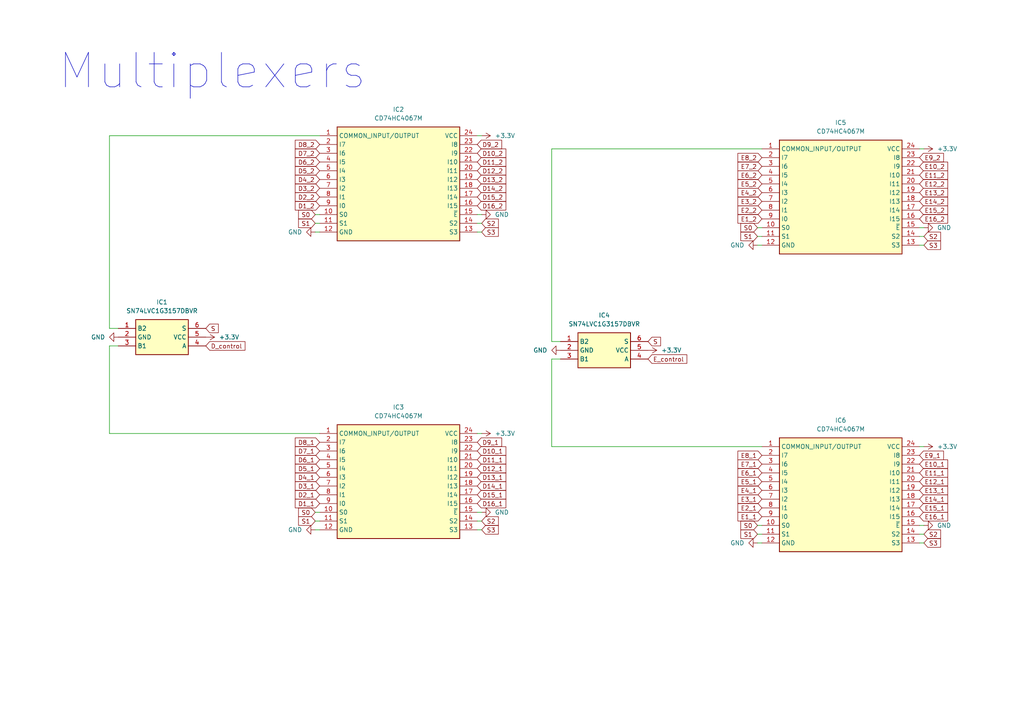
<source format=kicad_sch>
(kicad_sch (version 20230121) (generator eeschema)
  (paper "A4")
  (lib_symbols
    (symbol "CD74HC4067M:CD74HC4067M"
      (property "Reference" "IC" (at 41.91 7.62 0))
      (property "Value" "CD74HC4067M" (at 41.91 5.08 0))
      (symbol "CD74HC4067M_1_1"
        (rectangle (start 5.08 2.54) (end 40.64 -30.48) (stroke (width 0.254)) (fill (type background)))
        (pin passive line (at 0 0 0) (length 5.08) (name "COMMON_INPUT/OUTPUT") (number "1"))
        (pin passive line (at 0 -22.86 0) (length 5.08) (name "S0") (number "10"))
        (pin passive line (at 0 -25.4 0) (length 5.08) (name "S1") (number "11"))
        (pin passive line (at 0 -27.94 0) (length 5.08) (name "GND") (number "12"))
        (pin passive line (at 45.72 -27.94 180) (length 5.08) (name "S3") (number "13"))
        (pin passive line (at 45.72 -25.4 180) (length 5.08) (name "S2") (number "14"))
        (pin passive line (at 45.72 -22.86 180) (length 5.08) (name "~{E}") (number "15"))
        (pin passive line (at 45.72 -20.32 180) (length 5.08) (name "I15") (number "16"))
        (pin passive line (at 45.72 -17.78 180) (length 5.08) (name "I14") (number "17"))
        (pin passive line (at 45.72 -15.24 180) (length 5.08) (name "I13") (number "18"))
        (pin passive line (at 45.72 -12.7 180) (length 5.08) (name "I12") (number "19"))
        (pin passive line (at 0 -2.54 0) (length 5.08) (name "I7") (number "2"))
        (pin passive line (at 45.72 -10.16 180) (length 5.08) (name "I11") (number "20"))
        (pin passive line (at 45.72 -7.62 180) (length 5.08) (name "I10") (number "21"))
        (pin passive line (at 45.72 -5.08 180) (length 5.08) (name "I9") (number "22"))
        (pin passive line (at 45.72 -2.54 180) (length 5.08) (name "I8") (number "23"))
        (pin passive line (at 45.72 0 180) (length 5.08) (name "VCC") (number "24"))
        (pin passive line (at 0 -5.08 0) (length 5.08) (name "I6") (number "3"))
        (pin passive line (at 0 -7.62 0) (length 5.08) (name "I5") (number "4"))
        (pin passive line (at 0 -10.16 0) (length 5.08) (name "I4") (number "5"))
        (pin passive line (at 0 -12.7 0) (length 5.08) (name "I3") (number "6"))
        (pin passive line (at 0 -15.24 0) (length 5.08) (name "I2") (number "7"))
        (pin passive line (at 0 -17.78 0) (length 5.08) (name "I1") (number "8"))
        (pin passive line (at 0 -20.32 0) (length 5.08) (name "I0") (number "9"))
      )
    )
    (symbol "SN74LVC1G3157DBVR:SN74LVC1G3157DBVR"
      (property "Reference" "IC" (at 21.59 7.62 0))
      (property "Value" "SN74LVC1G3157DBVR" (at 21.59 5.08 0))
      (symbol "SN74LVC1G3157DBVR_1_1"
        (rectangle (start 5.08 2.54) (end 20.32 -7.62) (stroke (width 0.254)) (fill (type background)))
        (pin passive line (at 0 0 0) (length 5.08) (name "B2") (number "1"))
        (pin passive line (at 0 -2.54 0) (length 5.08) (name "GND") (number "2"))
        (pin passive line (at 0 -5.08 0) (length 5.08) (name "B1") (number "3"))
        (pin passive line (at 25.4 -5.08 180) (length 5.08) (name "A") (number "4"))
        (pin passive line (at 25.4 -2.54 180) (length 5.08) (name "VCC") (number "5"))
        (pin passive line (at 25.4 0 180) (length 5.08) (name "S") (number "6"))
      )
    )
    (symbol "power:+3.3V" (power) (pin_names (offset 0))
      (property "Value" "+3.3V" (at 0 3.556 0))
      (symbol "+3.3V_0_1"
        (polyline (pts (xy -0.762 1.27) (xy 0 2.54)))
        (polyline (pts (xy 0 0) (xy 0 2.54)))
        (polyline (pts (xy 0 2.54) (xy 0.762 1.27)))
      )
      (symbol "+3.3V_1_1"
        (pin power_in line (at 0 0 90) (length 0) hide (name "+3.3V") (number "1"))
      )
    )
    (symbol "power:GND" (power) (pin_names (offset 0))
      (property "Value" "GND" (at 0 -3.81 0))
      (symbol "GND_0_1"
        (polyline (pts (xy 0 0) (xy 0 -1.27) (xy 1.27 -1.27) (xy 0 -2.54) (xy -1.27 -1.27) (xy 0 -1.27)))
      )
      (symbol "GND_1_1"
        (pin power_in line (at 0 0 270) (length 0) hide (name "GND") (number "1"))
      )
    )
  )
  (wire (pts (xy 219.71 152.4) (xy 220.98 152.4)))
  (wire (pts (xy 139.7 151.13) (xy 138.43 151.13)))
  (wire (pts (xy 139.7 153.67) (xy 138.43 153.67)))
  (wire (pts (xy 267.97 68.58) (xy 266.7 68.58)))
  (wire (pts (xy 139.7 67.31) (xy 138.43 67.31)))
  (wire (pts (xy 219.71 157.48) (xy 220.98 157.48)))
  (wire (pts (xy 267.97 154.94) (xy 266.7 154.94)))
  (wire (pts (xy 219.71 154.94) (xy 220.98 154.94)))
  (wire (pts (xy 267.97 43.18) (xy 266.7 43.18)))
  (wire (pts (xy 162.56 104.14) (xy 160.02 104.14)))
  (wire (pts (xy 267.97 152.4) (xy 266.7 152.4)))
  (wire (pts (xy 219.71 68.58) (xy 220.98 68.58)))
  (wire (pts (xy 31.75 95.25) (xy 31.75 39.37)))
  (wire (pts (xy 91.44 67.31) (xy 92.71 67.31)))
  (wire (pts (xy 34.29 100.33) (xy 31.75 100.33)))
  (wire (pts (xy 91.44 62.23) (xy 92.71 62.23)))
  (wire (pts (xy 91.44 148.59) (xy 92.71 148.59)))
  (wire (pts (xy 31.75 39.37) (xy 92.71 39.37)))
  (wire (pts (xy 160.02 99.06) (xy 160.02 43.18)))
  (wire (pts (xy 31.75 125.73) (xy 92.71 125.73)))
  (wire (pts (xy 139.7 64.77) (xy 138.43 64.77)))
  (wire (pts (xy 91.44 151.13) (xy 92.71 151.13)))
  (wire (pts (xy 219.71 71.12) (xy 220.98 71.12)))
  (wire (pts (xy 160.02 129.54) (xy 220.98 129.54)))
  (wire (pts (xy 267.97 157.48) (xy 266.7 157.48)))
  (wire (pts (xy 31.75 100.33) (xy 31.75 125.73)))
  (wire (pts (xy 267.97 71.12) (xy 266.7 71.12)))
  (wire (pts (xy 91.44 153.67) (xy 92.71 153.67)))
  (wire (pts (xy 139.7 39.37) (xy 138.43 39.37)))
  (wire (pts (xy 139.7 148.59) (xy 138.43 148.59)))
  (wire (pts (xy 160.02 43.18) (xy 220.98 43.18)))
  (wire (pts (xy 91.44 64.77) (xy 92.71 64.77)))
  (wire (pts (xy 34.29 95.25) (xy 31.75 95.25)))
  (wire (pts (xy 219.71 66.04) (xy 220.98 66.04)))
  (wire (pts (xy 267.97 129.54) (xy 266.7 129.54)))
  (wire (pts (xy 267.97 66.04) (xy 266.7 66.04)))
  (wire (pts (xy 139.7 125.73) (xy 138.43 125.73)))
  (wire (pts (xy 162.56 99.06) (xy 160.02 99.06)))
  (wire (pts (xy 160.02 104.14) (xy 160.02 129.54)))
  (wire (pts (xy 139.7 62.23) (xy 138.43 62.23)))
  (text "Multiplexers" (at 16.51 26.67 0) (effects (font (size 10 10)) (justify left bottom)))
  (global_label "S3" (shape input) (at 267.97 71.12 0) (property "Intersheetrefs" "${INTERSHEET_REFS}" (effects hide)))
  (global_label "S3" (shape input) (at 139.7 153.67 0) (property "Intersheetrefs" "${INTERSHEET_REFS}" (effects hide)))
  (global_label "E7_1" (shape input) (at 220.98 134.62 180) (property "Intersheetrefs" "${INTERSHEET_REFS}" (effects hide)))
  (global_label "D12_2" (shape input) (at 138.43 49.53 0) (property "Intersheetrefs" "${INTERSHEET_REFS}" (effects hide)))
  (global_label "S2" (shape input) (at 139.7 151.13 0) (property "Intersheetrefs" "${INTERSHEET_REFS}" (effects hide)))
  (global_label "D7_1" (shape input) (at 92.71 130.81 180) (property "Intersheetrefs" "${INTERSHEET_REFS}" (effects hide)))
  (global_label "D3_1" (shape input) (at 92.71 140.97 180) (property "Intersheetrefs" "${INTERSHEET_REFS}" (effects hide)))
  (global_label "E8_2" (shape input) (at 220.98 45.72 180) (property "Intersheetrefs" "${INTERSHEET_REFS}" (effects hide)))
  (global_label "D_control" (shape input) (at 59.69 100.33 0) (property "Intersheetrefs" "${INTERSHEET_REFS}" (effects hide)))
  (global_label "D10_1" (shape input) (at 138.43 130.81 0) (property "Intersheetrefs" "${INTERSHEET_REFS}" (effects hide)))
  (global_label "E14_1" (shape input) (at 266.7 144.78 0) (property "Intersheetrefs" "${INTERSHEET_REFS}" (effects hide)))
  (global_label "D11_2" (shape input) (at 138.43 46.99 0) (property "Intersheetrefs" "${INTERSHEET_REFS}" (effects hide)))
  (global_label "E5_2" (shape input) (at 220.98 53.34 180) (property "Intersheetrefs" "${INTERSHEET_REFS}" (effects hide)))
  (global_label "D15_2" (shape input) (at 138.43 57.15 0) (property "Intersheetrefs" "${INTERSHEET_REFS}" (effects hide)))
  (global_label "S2" (shape input) (at 267.97 154.94 0) (property "Intersheetrefs" "${INTERSHEET_REFS}" (effects hide)))
  (global_label "E16_2" (shape input) (at 266.7 63.5 0) (property "Intersheetrefs" "${INTERSHEET_REFS}" (effects hide)))
  (global_label "E14_2" (shape input) (at 266.7 58.42 0) (property "Intersheetrefs" "${INTERSHEET_REFS}" (effects hide)))
  (global_label "E11_1" (shape input) (at 266.7 137.16 0) (property "Intersheetrefs" "${INTERSHEET_REFS}" (effects hide)))
  (global_label "E11_2" (shape input) (at 266.7 50.8 0) (property "Intersheetrefs" "${INTERSHEET_REFS}" (effects hide)))
  (global_label "D9_1" (shape input) (at 138.43 128.27 0) (property "Intersheetrefs" "${INTERSHEET_REFS}" (effects hide)))
  (global_label "D5_2" (shape input) (at 92.71 49.53 180) (property "Intersheetrefs" "${INTERSHEET_REFS}" (effects hide)))
  (global_label "E12_2" (shape input) (at 266.7 53.34 0) (property "Intersheetrefs" "${INTERSHEET_REFS}" (effects hide)))
  (global_label "D16_1" (shape input) (at 138.43 146.05 0) (property "Intersheetrefs" "${INTERSHEET_REFS}" (effects hide)))
  (global_label "D9_2" (shape input) (at 138.43 41.91 0) (property "Intersheetrefs" "${INTERSHEET_REFS}" (effects hide)))
  (global_label "E8_1" (shape input) (at 220.98 132.08 180) (property "Intersheetrefs" "${INTERSHEET_REFS}" (effects hide)))
  (global_label "D16_2" (shape input) (at 138.43 59.69 0) (property "Intersheetrefs" "${INTERSHEET_REFS}" (effects hide)))
  (global_label "S0" (shape input) (at 219.71 66.04 180) (property "Intersheetrefs" "${INTERSHEET_REFS}" (effects hide)))
  (global_label "E10_2" (shape input) (at 266.7 48.26 0) (property "Intersheetrefs" "${INTERSHEET_REFS}" (effects hide)))
  (global_label "E1_2" (shape input) (at 220.98 63.5 180) (property "Intersheetrefs" "${INTERSHEET_REFS}" (effects hide)))
  (global_label "D5_1" (shape input) (at 92.71 135.89 180) (property "Intersheetrefs" "${INTERSHEET_REFS}" (effects hide)))
  (global_label "D7_2" (shape input) (at 92.71 44.45 180) (property "Intersheetrefs" "${INTERSHEET_REFS}" (effects hide)))
  (global_label "D14_2" (shape input) (at 138.43 54.61 0) (property "Intersheetrefs" "${INTERSHEET_REFS}" (effects hide)))
  (global_label "D2_1" (shape input) (at 92.71 143.51 180) (property "Intersheetrefs" "${INTERSHEET_REFS}" (effects hide)))
  (global_label "D12_1" (shape input) (at 138.43 135.89 0) (property "Intersheetrefs" "${INTERSHEET_REFS}" (effects hide)))
  (global_label "S1" (shape input) (at 219.71 68.58 180) (property "Intersheetrefs" "${INTERSHEET_REFS}" (effects hide)))
  (global_label "E9_1" (shape input) (at 266.7 132.08 0) (property "Intersheetrefs" "${INTERSHEET_REFS}" (effects hide)))
  (global_label "D3_2" (shape input) (at 92.71 54.61 180) (property "Intersheetrefs" "${INTERSHEET_REFS}" (effects hide)))
  (global_label "S3" (shape input) (at 139.7 67.31 0) (property "Intersheetrefs" "${INTERSHEET_REFS}" (effects hide)))
  (global_label "D1_1" (shape input) (at 92.71 146.05 180) (property "Intersheetrefs" "${INTERSHEET_REFS}" (effects hide)))
  (global_label "E13_1" (shape input) (at 266.7 142.24 0) (property "Intersheetrefs" "${INTERSHEET_REFS}" (effects hide)))
  (global_label "E12_1" (shape input) (at 266.7 139.7 0) (property "Intersheetrefs" "${INTERSHEET_REFS}" (effects hide)))
  (global_label "E6_1" (shape input) (at 220.98 137.16 180) (property "Intersheetrefs" "${INTERSHEET_REFS}" (effects hide)))
  (global_label "S0" (shape input) (at 91.44 148.59 180) (property "Intersheetrefs" "${INTERSHEET_REFS}" (effects hide)))
  (global_label "E2_1" (shape input) (at 220.98 147.32 180) (property "Intersheetrefs" "${INTERSHEET_REFS}" (effects hide)))
  (global_label "E15_1" (shape input) (at 266.7 147.32 0) (property "Intersheetrefs" "${INTERSHEET_REFS}" (effects hide)))
  (global_label "D11_1" (shape input) (at 138.43 133.35 0) (property "Intersheetrefs" "${INTERSHEET_REFS}" (effects hide)))
  (global_label "E3_1" (shape input) (at 220.98 144.78 180) (property "Intersheetrefs" "${INTERSHEET_REFS}" (effects hide)))
  (global_label "S2" (shape input) (at 139.7 64.77 0) (property "Intersheetrefs" "${INTERSHEET_REFS}" (effects hide)))
  (global_label "E13_2" (shape input) (at 266.7 55.88 0) (property "Intersheetrefs" "${INTERSHEET_REFS}" (effects hide)))
  (global_label "S1" (shape input) (at 91.44 64.77 180) (property "Intersheetrefs" "${INTERSHEET_REFS}" (effects hide)))
  (global_label "S1" (shape input) (at 91.44 151.13 180) (property "Intersheetrefs" "${INTERSHEET_REFS}" (effects hide)))
  (global_label "E6_2" (shape input) (at 220.98 50.8 180) (property "Intersheetrefs" "${INTERSHEET_REFS}" (effects hide)))
  (global_label "D6_1" (shape input) (at 92.71 133.35 180) (property "Intersheetrefs" "${INTERSHEET_REFS}" (effects hide)))
  (global_label "E4_2" (shape input) (at 220.98 55.88 180) (property "Intersheetrefs" "${INTERSHEET_REFS}" (effects hide)))
  (global_label "S3" (shape input) (at 267.97 157.48 0) (property "Intersheetrefs" "${INTERSHEET_REFS}" (effects hide)))
  (global_label "D4_1" (shape input) (at 92.71 138.43 180) (property "Intersheetrefs" "${INTERSHEET_REFS}" (effects hide)))
  (global_label "D10_2" (shape input) (at 138.43 44.45 0) (property "Intersheetrefs" "${INTERSHEET_REFS}" (effects hide)))
  (global_label "D15_1" (shape input) (at 138.43 143.51 0) (property "Intersheetrefs" "${INTERSHEET_REFS}" (effects hide)))
  (global_label "E10_1" (shape input) (at 266.7 134.62 0) (property "Intersheetrefs" "${INTERSHEET_REFS}" (effects hide)))
  (global_label "D4_2" (shape input) (at 92.71 52.07 180) (property "Intersheetrefs" "${INTERSHEET_REFS}" (effects hide)))
  (global_label "D8_2" (shape input) (at 92.71 41.91 180) (property "Intersheetrefs" "${INTERSHEET_REFS}" (effects hide)))
  (global_label "S1" (shape input) (at 219.71 154.94 180) (property "Intersheetrefs" "${INTERSHEET_REFS}" (effects hide)))
  (global_label "E_control" (shape input) (at 187.96 104.14 0) (property "Intersheetrefs" "${INTERSHEET_REFS}" (effects hide)))
  (global_label "D1_2" (shape input) (at 92.71 59.69 180) (property "Intersheetrefs" "${INTERSHEET_REFS}" (effects hide)))
  (global_label "D6_2" (shape input) (at 92.71 46.99 180) (property "Intersheetrefs" "${INTERSHEET_REFS}" (effects hide)))
  (global_label "E5_1" (shape input) (at 220.98 139.7 180) (property "Intersheetrefs" "${INTERSHEET_REFS}" (effects hide)))
  (global_label "E16_1" (shape input) (at 266.7 149.86 0) (property "Intersheetrefs" "${INTERSHEET_REFS}" (effects hide)))
  (global_label "D13_2" (shape input) (at 138.43 52.07 0) (property "Intersheetrefs" "${INTERSHEET_REFS}" (effects hide)))
  (global_label "S2" (shape input) (at 267.97 68.58 0) (property "Intersheetrefs" "${INTERSHEET_REFS}" (effects hide)))
  (global_label "E4_1" (shape input) (at 220.98 142.24 180) (property "Intersheetrefs" "${INTERSHEET_REFS}" (effects hide)))
  (global_label "S" (shape input) (at 187.96 99.06 0) (property "Intersheetrefs" "${INTERSHEET_REFS}" (effects hide)))
  (global_label "D14_1" (shape input) (at 138.43 140.97 0) (property "Intersheetrefs" "${INTERSHEET_REFS}" (effects hide)))
  (global_label "D2_2" (shape input) (at 92.71 57.15 180) (property "Intersheetrefs" "${INTERSHEET_REFS}" (effects hide)))
  (global_label "S0" (shape input) (at 219.71 152.4 180) (property "Intersheetrefs" "${INTERSHEET_REFS}" (effects hide)))
  (global_label "E1_1" (shape input) (at 220.98 149.86 180) (property "Intersheetrefs" "${INTERSHEET_REFS}" (effects hide)))
  (global_label "E15_2" (shape input) (at 266.7 60.96 0) (property "Intersheetrefs" "${INTERSHEET_REFS}" (effects hide)))
  (global_label "D13_1" (shape input) (at 138.43 138.43 0) (property "Intersheetrefs" "${INTERSHEET_REFS}" (effects hide)))
  (global_label "S" (shape input) (at 59.69 95.25 0) (property "Intersheetrefs" "${INTERSHEET_REFS}" (effects hide)))
  (global_label "E7_2" (shape input) (at 220.98 48.26 180) (property "Intersheetrefs" "${INTERSHEET_REFS}" (effects hide)))
  (global_label "E9_2" (shape input) (at 266.7 45.72 0) (property "Intersheetrefs" "${INTERSHEET_REFS}" (effects hide)))
  (global_label "S0" (shape input) (at 91.44 62.23 180) (property "Intersheetrefs" "${INTERSHEET_REFS}" (effects hide)))
  (global_label "E3_2" (shape input) (at 220.98 58.42 180) (property "Intersheetrefs" "${INTERSHEET_REFS}" (effects hide)))
  (global_label "E2_2" (shape input) (at 220.98 60.96 180) (property "Intersheetrefs" "${INTERSHEET_REFS}" (effects hide)))
  (global_label "D8_1" (shape input) (at 92.71 128.27 180) (property "Intersheetrefs" "${INTERSHEET_REFS}" (effects hide)))
  (symbol (lib_id "power:+3.3V") (at 139.7 39.37 270) (unit 1)
    (property "Reference" "#PWR09" (effects hide))
    (property "Value" "+3.3V" (at 143.51 39.37 90) (effects (justify left)))
  )
  (symbol (lib_id "SN74LVC1G3157DBVR:SN74LVC1G3157DBVR") (at 34.29 95.25 0) (unit 1)
    (property "Reference" "IC1" (at 46.99 87.63 0))
    (property "Value" "SN74LVC1G3157DBVR" (at 46.99 90.17 0))
    (property "Footprint" "74lvc1g373dbvre4:SOT95P280X145-6N" (effects hide))
    (property "Datasheet" "http://componentsearchengine.com/Datasheets/1/SN74LVC1G3157DBVR.pdf" (effects hide))
    (property "Height" "1.45" (effects hide))
    (property "Mouser Part Number" "595-SN74LVC1G3157DBV" (effects hide))
    (property "Mouser Price/Stock" "https://www.mouser.co.uk/ProductDetail/Texas-Instruments/SN74LVC1G3157DBVR?qs=PVVDbbWpW3ID6l2sElWeMw%3D%3D" (effects hide))
    (property "Manufacturer_Name" "Texas Instruments" (effects hide))
    (property "Manufacturer_Part_Number" "SN74LVC1G3157DBVR" (effects hide))
  )
  (symbol (lib_id "power:GND") (at 267.97 66.04 90) (unit 1)
    (property "Reference" "#PWR018" (effects hide))
    (property "Value" "GND" (at 271.78 66.04 90) (effects (justify right)))
  )
  (symbol (lib_id "power:GND") (at 267.97 152.4 90) (unit 1)
    (property "Reference" "#PWR020" (effects hide))
    (property "Value" "GND" (at 271.78 152.4 90) (effects (justify right)))
  )
  (symbol (lib_id "SN74LVC1G3157DBVR:SN74LVC1G3157DBVR") (at 162.56 99.06 0) (unit 1)
    (property "Reference" "IC4" (at 175.26 91.44 0))
    (property "Value" "SN74LVC1G3157DBVR" (at 175.26 93.98 0))
    (property "Footprint" "74lvc1g373dbvre4:SOT95P280X145-6N" (effects hide))
    (property "Datasheet" "http://componentsearchengine.com/Datasheets/1/SN74LVC1G3157DBVR.pdf" (effects hide))
    (property "Height" "1.45" (effects hide))
    (property "Mouser Part Number" "595-SN74LVC1G3157DBV" (effects hide))
    (property "Mouser Price/Stock" "https://www.mouser.co.uk/ProductDetail/Texas-Instruments/SN74LVC1G3157DBVR?qs=PVVDbbWpW3ID6l2sElWeMw%3D%3D" (effects hide))
    (property "Manufacturer_Name" "Texas Instruments" (effects hide))
    (property "Manufacturer_Part_Number" "SN74LVC1G3157DBVR" (effects hide))
  )
  (symbol (lib_id "power:GND") (at 219.71 157.48 270) (unit 1)
    (property "Reference" "#PWR016" (effects hide))
    (property "Value" "GND" (at 215.9 157.48 90) (effects (justify right)))
  )
  (symbol (lib_id "CD74HC4067M:CD74HC4067M") (at 220.98 129.54 0) (unit 1)
    (property "Reference" "IC6" (at 243.84 121.92 0))
    (property "Value" "CD74HC4067M" (at 243.84 124.46 0))
    (property "Footprint" "cd74hc4067m:SOIC127P1030X265-24N" (effects hide))
    (property "Datasheet" "http://www.ti.com/lit/ds/symlink/cd74hc4067.pdf" (effects hide))
    (property "Height" "2.65" (effects hide))
    (property "Mouser Part Number" "595-CD74HC4067M" (effects hide))
    (property "Mouser Price/Stock" "https://www.mouser.co.uk/ProductDetail/Texas-Instruments/CD74HC4067M?qs=DcvZ7Fltd5zoWTm6dRwGeQ%3D%3D" (effects hide))
    (property "Manufacturer_Name" "Texas Instruments" (effects hide))
    (property "Manufacturer_Part_Number" "CD74HC4067M" (effects hide))
  )
  (symbol (lib_id "power:GND") (at 162.56 101.6 270) (unit 1)
    (property "Reference" "#PWR013" (effects hide))
    (property "Value" "GND" (at 158.75 101.6 90) (effects (justify right)))
  )
  (symbol (lib_id "power:+3.3V") (at 59.69 97.79 270) (unit 1)
    (property "Reference" "#PWR06" (effects hide))
    (property "Value" "+3.3V" (at 63.5 97.79 90) (effects (justify left)))
  )
  (symbol (lib_id "power:GND") (at 34.29 97.79 270) (unit 1)
    (property "Reference" "#PWR05" (effects hide))
    (property "Value" "GND" (at 30.48 97.79 90) (effects (justify right)))
  )
  (symbol (lib_id "CD74HC4067M:CD74HC4067M") (at 220.98 43.18 0) (unit 1)
    (property "Reference" "IC5" (at 243.84 35.56 0))
    (property "Value" "CD74HC4067M" (at 243.84 38.1 0))
    (property "Footprint" "cd74hc4067m:SOIC127P1030X265-24N" (effects hide))
    (property "Datasheet" "http://www.ti.com/lit/ds/symlink/cd74hc4067.pdf" (effects hide))
    (property "Height" "2.65" (effects hide))
    (property "Mouser Part Number" "595-CD74HC4067M" (effects hide))
    (property "Mouser Price/Stock" "https://www.mouser.co.uk/ProductDetail/Texas-Instruments/CD74HC4067M?qs=DcvZ7Fltd5zoWTm6dRwGeQ%3D%3D" (effects hide))
    (property "Manufacturer_Name" "Texas Instruments" (effects hide))
    (property "Manufacturer_Part_Number" "CD74HC4067M" (effects hide))
  )
  (symbol (lib_id "CD74HC4067M:CD74HC4067M") (at 92.71 125.73 0) (unit 1)
    (property "Reference" "IC3" (at 115.57 118.11 0))
    (property "Value" "CD74HC4067M" (at 115.57 120.65 0))
    (property "Footprint" "cd74hc4067m:SOIC127P1030X265-24N" (effects hide))
    (property "Datasheet" "http://www.ti.com/lit/ds/symlink/cd74hc4067.pdf" (effects hide))
    (property "Height" "2.65" (effects hide))
    (property "Mouser Part Number" "595-CD74HC4067M" (effects hide))
    (property "Mouser Price/Stock" "https://www.mouser.co.uk/ProductDetail/Texas-Instruments/CD74HC4067M?qs=DcvZ7Fltd5zoWTm6dRwGeQ%3D%3D" (effects hide))
    (property "Manufacturer_Name" "Texas Instruments" (effects hide))
    (property "Manufacturer_Part_Number" "CD74HC4067M" (effects hide))
  )
  (symbol (lib_id "power:+3.3V") (at 187.96 101.6 270) (unit 1)
    (property "Reference" "#PWR014" (effects hide))
    (property "Value" "+3.3V" (at 191.77 101.6 90) (effects (justify left)))
  )
  (symbol (lib_id "power:+3.3V") (at 267.97 43.18 270) (unit 1)
    (property "Reference" "#PWR017" (effects hide))
    (property "Value" "+3.3V" (at 271.78 43.18 90) (effects (justify left)))
  )
  (symbol (lib_id "power:+3.3V") (at 267.97 129.54 270) (unit 1)
    (property "Reference" "#PWR019" (effects hide))
    (property "Value" "+3.3V" (at 271.78 129.54 90) (effects (justify left)))
  )
  (symbol (lib_id "power:GND") (at 139.7 62.23 90) (unit 1)
    (property "Reference" "#PWR010" (effects hide))
    (property "Value" "GND" (at 143.51 62.23 90) (effects (justify right)))
  )
  (symbol (lib_id "CD74HC4067M:CD74HC4067M") (at 92.71 39.37 0) (unit 1)
    (property "Reference" "IC2" (at 115.57 31.75 0))
    (property "Value" "CD74HC4067M" (at 115.57 34.29 0))
    (property "Footprint" "cd74hc4067m:SOIC127P1030X265-24N" (effects hide))
    (property "Datasheet" "http://www.ti.com/lit/ds/symlink/cd74hc4067.pdf" (effects hide))
    (property "Height" "2.65" (effects hide))
    (property "Mouser Part Number" "595-CD74HC4067M" (effects hide))
    (property "Mouser Price/Stock" "https://www.mouser.co.uk/ProductDetail/Texas-Instruments/CD74HC4067M?qs=DcvZ7Fltd5zoWTm6dRwGeQ%3D%3D" (effects hide))
    (property "Manufacturer_Name" "Texas Instruments" (effects hide))
    (property "Manufacturer_Part_Number" "CD74HC4067M" (effects hide))
  )
  (symbol (lib_id "power:GND") (at 91.44 67.31 270) (unit 1)
    (property "Reference" "#PWR07" (effects hide))
    (property "Value" "GND" (at 87.63 67.31 90) (effects (justify right)))
  )
  (symbol (lib_id "power:GND") (at 91.44 153.67 270) (unit 1)
    (property "Reference" "#PWR08" (effects hide))
    (property "Value" "GND" (at 87.63 153.67 90) (effects (justify right)))
  )
  (symbol (lib_id "power:+3.3V") (at 139.7 125.73 270) (unit 1)
    (property "Reference" "#PWR011" (effects hide))
    (property "Value" "+3.3V" (at 143.51 125.73 90) (effects (justify left)))
  )
  (symbol (lib_id "power:GND") (at 139.7 148.59 90) (unit 1)
    (property "Reference" "#PWR012" (effects hide))
    (property "Value" "GND" (at 143.51 148.59 90) (effects (justify right)))
  )
  (symbol (lib_id "power:GND") (at 219.71 71.12 270) (unit 1)
    (property "Reference" "#PWR015" (effects hide))
    (property "Value" "GND" (at 215.9 71.12 90) (effects (justify right)))
  )
)
</source>
